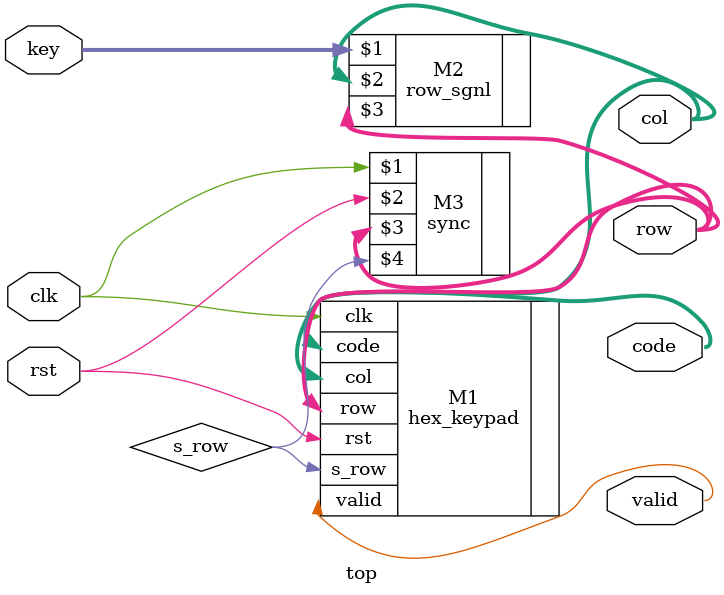
<source format=v>
`include "hex_keypad.v"
`include "row_sgnl.v"
`include "sync.v"

module top(
    input clk, rst, input [15:0] key, output  valid, output [3:0] row, col, code
);
wire s_row;

hex_keypad M1(.row(row),  .s_row(s_row), .clk(clk), .rst(rst), .code(code), .col(col), .valid(valid));

row_sgnl M2(key, col,  row);

sync M3(clk, rst , row, s_row);

endmodule
</source>
